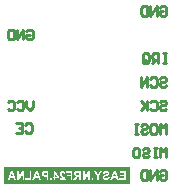
<source format=gbo>
%FSTAX25Y25*%
%MOIN*%
%SFA1B1*%

%IPPOS*%
%ADD26C,0.010000*%
%LNnrf24_pa_lna_rfm69hw-1*%
%LPD*%
G36*
X0145276Y0105851D02*
X0103439D01*
Y01112*
X0145276*
Y0105851*
G37*
%LNnrf24_pa_lna_rfm69hw-2*%
%LPC*%
G36*
X0120491Y0109978D02*
X0120025D01*
Y0108147*
X0119667*
Y0107665*
X0120025*
Y0107087*
X0120557*
Y0107665*
X0121739*
Y0108143*
X0120491Y0109978*
G37*
G36*
X0119288Y010764D02*
X0118735D01*
Y0107087*
X0119288*
Y010764*
G37*
G36*
X0126215Y0109965D02*
X0124239D01*
Y0109479*
X0125632*
Y0108796*
X012443*
Y010831*
X0125632*
Y0107087*
X0126215*
Y0109965*
G37*
G36*
X013315Y010764D02*
X0132596D01*
Y0107087*
X013315*
Y010764*
G37*
G36*
X0129119Y0109965D02*
X0127821D01*
X0127783Y0109961*
X0127737*
X0127692Y0109957*
X0127638*
X0127529Y0109944*
X0127417Y0109932*
X0127313Y0109911*
X0127267Y0109899*
X0127226Y0109886*
X0127222*
X0127217Y0109882*
X0127192Y010987*
X0127155Y0109849*
X0127105Y0109824*
X0127051Y0109782*
X0126997Y0109737*
X0126943Y0109678*
X0126893Y0109608*
Y0109603*
X0126889Y0109599*
X012688Y0109587*
X0126872Y0109574*
X0126851Y0109533*
X0126826Y0109479*
X0126805Y0109412*
X0126785Y0109337*
X0126768Y010925*
X0126764Y0109158*
Y0109154*
Y0109146*
Y0109125*
X0126768Y0109104*
Y0109075*
X0126772Y0109046*
X0126789Y0108971*
X012681Y0108884*
X0126843Y0108796*
X0126893Y0108705*
X0126922Y0108663*
X0126955Y0108622*
X0126959Y0108617*
X0126964Y0108613*
X0126976Y0108601*
X0126993Y0108588*
X0127009Y0108572*
X0127034Y0108551*
X0127063Y010853*
X0127097Y0108509*
X0127134Y0108484*
X012718Y0108464*
X0127226Y0108443*
X0127276Y0108422*
X0127334Y0108401*
X0127392Y0108385*
X0127454Y0108368*
X0127525Y0108355*
X0127521*
X0127517Y0108351*
X0127492Y0108335*
X0127459Y0108314*
X0127417Y0108285*
X0127367Y0108247*
X0127317Y010821*
X0127263Y0108164*
X0127217Y0108114*
X0127213Y010811*
X0127192Y0108089*
X0127167Y0108056*
X012713Y0108006*
X012708Y0107944*
X0127055Y0107902*
X0127026Y010786*
X0126993Y0107815*
X0126959Y0107765*
X0126922Y0107706*
X0126885Y0107648*
X0126531Y0107087*
X012723*
X0127646Y0107711*
X012765Y0107715*
X0127654Y0107727*
X0127667Y0107744*
X0127683Y0107765*
X01277Y010779*
X0127721Y0107823*
X0127767Y0107889*
X0127821Y0107964*
X0127871Y0108031*
X0127916Y0108093*
X0127937Y0108114*
X0127954Y0108135*
X0127958Y0108139*
X0127966Y0108147*
X0127983Y0108164*
X0128004Y0108185*
X0128033Y0108202*
X0128062Y0108222*
X0128095Y0108239*
X0128128Y0108256*
X0128133*
X0128145Y010826*
X0128166Y0108268*
X0128199Y0108272*
X0128241Y0108281*
X0128291Y0108285*
X0128349Y0108289*
X0128536*
Y0107087*
X0129119*
Y0109965*
G37*
G36*
X0106392D02*
X0105777D01*
X010462Y0107087*
X0105248*
X0105498Y010774*
X0106655*
X0106892Y0107087*
X0107507*
X0106392Y0109965*
G37*
G36*
X0137505Y0110019D02*
X0137455D01*
X0137418Y0110015*
X0137372Y0110011*
X0137318Y0110007*
X0137264Y0109999*
X0137201Y010999*
X0137068Y0109961*
X0137002Y010994*
X0136935Y010992*
X0136869Y010989*
X0136806Y0109857*
X0136748Y010982*
X0136694Y0109778*
X013669Y0109774*
X0136681Y0109766*
X0136669Y0109753*
X0136652Y0109737*
X0136631Y0109712*
X0136607Y0109682*
X0136582Y0109649*
X0136552Y0109612*
X0136527Y0109566*
X0136503Y010952*
X0136477Y0109466*
X0136457Y0109408*
X0136436Y010935*
X0136419Y0109283*
X0136407Y0109216*
X0136403Y0109142*
X0136985Y0109121*
Y0109125*
Y0109129*
X0136993Y0109158*
X0137002Y0109196*
X0137018Y0109241*
X0137039Y0109296*
X0137068Y0109345*
X0137106Y0109395*
X0137147Y0109437*
X0137151Y0109441*
X0137168Y0109454*
X0137197Y010947*
X0137239Y0109487*
X0137289Y0109504*
X0137351Y010952*
X0137426Y0109533*
X0137513Y0109537*
X0137555*
X0137601Y0109533*
X0137655Y0109524*
X0137717Y0109512*
X0137784Y0109491*
X0137846Y0109466*
X0137904Y0109429*
X0137909Y0109424*
X0137917Y0109416*
X0137934Y0109404*
X013795Y0109383*
X0137967Y0109358*
X0137983Y0109325*
X0137992Y0109291*
X0137996Y010925*
Y0109246*
Y0109233*
X0137992Y0109212*
X0137983Y0109192*
X0137975Y0109162*
X0137963Y0109133*
X0137942Y0109104*
X0137913Y0109075*
X0137909Y0109071*
X0137888Y0109058*
X0137875Y010905*
X0137855Y0109042*
X0137834Y0109029*
X0137805Y0109017*
X0137771Y0109004*
X0137734Y0108988*
X0137688Y0108971*
X0137642Y0108954*
X0137584Y0108938*
X0137522Y0108921*
X0137455Y0108905*
X013738Y0108884*
X0137376*
X0137359Y010888*
X0137339Y0108875*
X013731Y0108867*
X0137276Y0108859*
X0137235Y0108846*
X0137189Y0108834*
X0137143Y0108821*
X0137043Y0108788*
X0136939Y0108755*
X0136839Y0108717*
X0136798Y0108696*
X0136756Y0108676*
X0136752*
X0136748Y0108672*
X0136723Y0108655*
X0136686Y010863*
X013664Y0108597*
X013659Y0108555*
X0136536Y0108505*
X0136482Y0108447*
X0136436Y010838*
X0136432Y0108372*
X0136419Y0108347*
X0136398Y010831*
X0136378Y0108256*
X0136357Y0108189*
X0136336Y010811*
X0136324Y0108023*
X0136319Y0107923*
Y0107919*
Y010791*
Y0107898*
Y0107881*
X0136324Y010786*
X0136328Y0107831*
X0136336Y0107773*
X0136353Y0107698*
X0136378Y0107619*
X0136415Y010754*
X0136461Y0107457*
Y0107453*
X0136469Y0107448*
X0136486Y0107424*
X0136519Y0107382*
X0136561Y0107336*
X0136615Y0107282*
X0136686Y0107232*
X013676Y0107182*
X0136852Y0107136*
X0136856*
X0136864Y0107132*
X0136877Y0107128*
X0136898Y010712*
X0136923Y0107112*
X0136952Y0107103*
X0136985Y0107095*
X0137022Y0107087*
X0137068Y0107074*
X0137114Y0107066*
X0137222Y0107049*
X0137343Y0107037*
X0137476Y0107033*
X013753*
X0137567Y0107037*
X0137613Y0107041*
X0137663Y0107045*
X0137721Y0107053*
X0137784Y0107066*
X0137921Y0107095*
X0137992Y0107116*
X0138058Y0107136*
X0138129Y0107166*
X0138196Y0107199*
X0138258Y0107236*
X0138316Y0107282*
X013832Y0107286*
X0138329Y0107295*
X0138345Y0107307*
X0138362Y0107328*
X0138387Y0107357*
X0138412Y010739*
X0138441Y0107428*
X013847Y0107469*
X0138499Y0107519*
X0138528Y0107573*
X0138558Y0107636*
X0138587Y0107702*
X0138607Y0107773*
X0138632Y0107852*
X0138649Y0107935*
X0138662Y0108023*
X0138096Y0108077*
Y0108072*
X0138092Y0108064*
Y0108048*
X0138087Y0108031*
X0138071Y0107981*
X013805Y0107919*
X0138025Y0107848*
X0137988Y0107777*
X0137946Y0107715*
X0137892Y0107657*
X0137884Y0107652*
X0137863Y0107636*
X0137829Y0107615*
X013778Y010759*
X0137717Y0107565*
X0137646Y0107544*
X0137563Y0107528*
X0137468Y0107523*
X0137422*
X0137372Y0107532*
X013731Y010754*
X0137243Y0107553*
X0137172Y0107573*
X0137106Y0107602*
X0137048Y010764*
X0137039Y0107644*
X0137022Y0107661*
X0137002Y0107686*
X0136973Y0107719*
X0136948Y0107761*
X0136923Y010781*
X0136906Y010786*
X0136902Y0107919*
Y0107923*
Y0107935*
X0136906Y0107956*
X013691Y0107981*
X0136918Y0108006*
X0136927Y0108035*
X0136943Y0108064*
X0136964Y0108093*
X0136968Y0108098*
X0136977Y0108106*
X0136989Y0108118*
X013701Y0108135*
X0137039Y0108156*
X0137077Y0108177*
X0137118Y0108197*
X0137172Y0108218*
X0137176*
X0137193Y0108226*
X0137222Y0108235*
X0137243Y0108243*
X0137268Y0108247*
X0137297Y0108256*
X013733Y0108268*
X0137368Y0108276*
X0137409Y0108289*
X0137459Y0108301*
X0137513Y0108314*
X0137572Y010833*
X0137638Y0108347*
X0137642*
X0137659Y0108351*
X0137684Y010836*
X0137713Y0108368*
X013775Y010838*
X0137796Y0108393*
X0137842Y010841*
X0137896Y0108426*
X0138004Y0108468*
X0138108Y0108518*
X0138162Y0108543*
X0138208Y0108572*
X0138254Y0108601*
X0138291Y010863*
X0138295Y0108634*
X0138304Y0108642*
X0138316Y0108655*
X0138333Y0108672*
X0138354Y0108696*
X0138374Y0108726*
X01384Y0108755*
X013842Y0108792*
X013847Y010888*
X0138512Y0108979*
X0138528Y0109034*
X0138541Y0109088*
X0138549Y010915*
X0138553Y0109212*
Y0109216*
Y0109221*
Y0109233*
Y010925*
X0138545Y0109291*
X0138537Y0109345*
X0138524Y0109408*
X0138503Y0109479*
X0138474Y0109554*
X0138433Y0109624*
Y0109628*
X0138429Y0109633*
X0138408Y0109658*
X0138383Y0109691*
X0138341Y0109732*
X0138291Y0109778*
X0138229Y0109828*
X0138158Y0109874*
X0138075Y0109915*
X0138071*
X0138063Y010992*
X013805Y0109924*
X0138033Y0109932*
X0138008Y010994*
X0137983Y0109949*
X013795Y0109957*
X0137913Y0109969*
X0137829Y0109986*
X0137734Y0110003*
X0137626Y0110015*
X0137505Y0110019*
G37*
G36*
X0112562Y0109944D02*
X0111979D01*
Y0107573*
X0110532*
Y0107087*
X0112562*
Y0109944*
G37*
G36*
X0118161Y0109965D02*
X01171D01*
X0117054Y0109961*
X0116946*
X011683Y0109953*
X0116713Y0109944*
X0116663Y010994*
X0116613Y0109936*
X0116572Y0109928*
X0116539Y010992*
X0116534*
X0116526Y0109915*
X0116514Y0109911*
X0116497Y0109907*
X0116451Y0109886*
X0116393Y0109861*
X0116331Y0109824*
X011626Y0109774*
X0116193Y0109712*
X0116127Y0109637*
Y0109633*
X0116119Y0109628*
X011611Y0109616*
X0116102Y0109599*
X0116085Y0109574*
X0116073Y0109549*
X0116056Y010952*
X011604Y0109487*
X011601Y0109404*
X0115981Y0109312*
X0115965Y01092*
X0115956Y0109079*
Y0109075*
Y0109067*
Y0109054*
Y0109034*
X011596Y0109013*
Y0108984*
X0115969Y0108925*
X0115981Y0108855*
X0115998Y0108776*
X0116023Y0108701*
X0116056Y010863*
X011606Y0108622*
X0116073Y0108601*
X0116094Y0108568*
X0116123Y0108526*
X0116156Y0108484*
X0116202Y0108434*
X0116247Y0108389*
X0116302Y0108347*
X011631Y0108343*
X0116326Y010833*
X0116356Y0108314*
X0116393Y0108293*
X0116439Y0108268*
X0116489Y0108247*
X0116543Y0108226*
X0116601Y010821*
X0116609*
X0116622Y0108206*
X0116639*
X0116659Y0108202*
X0116688Y0108197*
X0116718Y0108193*
X0116755*
X0116792Y0108189*
X0116838Y0108185*
X0116888Y0108181*
X0116942Y0108177*
X0117*
X0117063Y0108172*
X0117579*
Y0107087*
X0118161*
Y0109965*
G37*
G36*
X0114658D02*
X0114043D01*
X0112886Y0107087*
X0113514*
X0113764Y010774*
X011492*
X0115157Y0107087*
X0115773*
X0114658Y0109965*
G37*
G36*
X0140592D02*
X0139976D01*
X013882Y0107087*
X0139448*
X0139697Y010774*
X0140854*
X0141091Y0107087*
X0141707*
X0140592Y0109965*
G37*
G36*
X0122933Y0109982D02*
X0122891D01*
X0122862Y0109978*
X0122824Y0109974*
X0122783Y0109969*
X0122737Y0109961*
X0122687Y0109953*
X0122579Y0109924*
X0122471Y0109882*
X0122413Y0109857*
X0122363Y0109828*
X0122309Y0109791*
X0122263Y0109749*
X0122259Y0109745*
X012225Y0109741*
X0122242Y0109724*
X0122225Y0109707*
X0122205Y0109687*
X0122184Y0109658*
X0122163Y0109628*
X0122138Y0109591*
X0122096Y0109508*
X0122055Y0109412*
X0122038Y0109358*
X012203Y01093*
X0122021Y0109237*
X0122017Y0109175*
Y0109167*
Y0109142*
X0122021Y0109104*
X0122026Y0109058*
X0122034Y0109*
X0122046Y0108938*
X0122063Y0108871*
X0122088Y0108805*
X0122092Y0108796*
X0122101Y0108776*
X0122117Y0108738*
X0122142Y0108692*
X0122171Y0108638*
X0122209Y0108576*
X0122255Y0108509*
X0122309Y0108439*
X0122313Y0108434*
X0122329Y0108414*
X0122354Y0108385*
X0122392Y0108343*
X0122442Y0108293*
X0122504Y0108226*
X0122579Y0108156*
X012267Y0108068*
X0122675Y0108064*
X0122683Y010806*
X0122696Y0108048*
X0122712Y0108031*
X0122758Y0107989*
X0122812Y0107939*
X0122866Y0107885*
X012292Y0107831*
X012297Y0107785*
X0122987Y0107765*
X0123003Y0107748*
X0123007Y0107744*
X0123016Y0107736*
X0123028Y0107719*
X0123045Y0107698*
X0123082Y0107652*
X0123116Y0107598*
X0122017*
Y0107087*
X0123952*
Y0107091*
Y0107099*
X0123948Y0107116*
X0123943Y0107136*
X0123939Y0107161*
X0123935Y0107191*
X0123918Y0107265*
X0123893Y0107349*
X012386Y010744*
X0123819Y010754*
X0123765Y0107636*
Y010764*
X0123756Y0107648*
X0123748Y0107665*
X0123731Y0107682*
X0123715Y0107711*
X012369Y010774*
X0123661Y0107777*
X0123627Y0107819*
X012359Y0107869*
X0123544Y0107919*
X0123494Y0107977*
X0123436Y0108039*
X0123373Y0108102*
X0123303Y0108172*
X0123228Y0108247*
X0123145Y0108326*
X0123141Y010833*
X0123128Y0108343*
X0123111Y010836*
X0123087Y0108385*
X0123053Y010841*
X012302Y0108443*
X0122945Y0108518*
X012287Y0108597*
X0122795Y0108676*
X0122762Y0108709*
X0122729Y0108747*
X0122704Y0108776*
X0122687Y01088*
X0122683Y0108809*
X012267Y010883*
X012265Y0108863*
X0122629Y0108909*
X0122608Y0108959*
X0122587Y0109017*
X0122575Y0109075*
X0122571Y0109137*
Y0109142*
Y0109146*
Y0109167*
X0122575Y0109204*
X0122583Y0109246*
X0122596Y0109291*
X0122612Y0109337*
X0122637Y0109383*
X012267Y0109424*
X0122675Y0109429*
X0122687Y0109441*
X0122712Y0109458*
X0122741Y0109475*
X0122783Y0109491*
X0122829Y0109508*
X0122883Y010952*
X0122945Y0109524*
X0122974*
X0123007Y010952*
X0123045Y0109512*
X0123091Y0109499*
X0123136Y0109479*
X0123182Y0109454*
X0123224Y010942*
X0123228Y0109416*
X012324Y01094*
X0123257Y0109375*
X0123274Y0109337*
X0123294Y0109291*
X0123311Y0109229*
X0123328Y0109158*
X0123336Y0109075*
X0123885Y0109129*
Y0109133*
X0123881Y010915*
Y0109171*
X0123873Y0109204*
X0123869Y0109241*
X0123856Y0109283*
X0123844Y0109329*
X0123831Y0109383*
X012379Y0109487*
X012374Y0109595*
X0123706Y0109649*
X0123669Y0109699*
X0123627Y0109741*
X0123582Y0109782*
X0123577Y0109786*
X0123569Y0109791*
X0123557Y0109799*
X0123536Y0109816*
X0123511Y0109828*
X0123477Y0109845*
X0123444Y0109865*
X0123403Y0109882*
X0123357Y0109903*
X0123307Y010992*
X0123199Y0109953*
X012307Y0109974*
X0123003Y0109978*
X0122933Y0109982*
G37*
G36*
X0136124Y0109965D02*
X0135446D01*
X0134768Y0108826*
X0134106Y0109965*
X0133437*
X0134489Y0108293*
Y0107087*
X0135072*
Y0108297*
X0136124Y0109965*
G37*
G36*
X0132022D02*
X0131461D01*
X0130271Y0108027*
Y0109965*
X0129734*
Y0107087*
X0130317*
X0131485Y0108984*
Y0107087*
X0132022*
Y0109965*
G37*
G36*
X0144095D02*
X014196D01*
Y0109479*
X0143512*
Y0108842*
X0142069*
Y0108355*
X0143512*
Y0107573*
X0141906*
Y0107087*
X0144095*
Y0109965*
G37*
G36*
X0110116D02*
X0109554D01*
X0108364Y0108027*
Y0109965*
X0107828*
Y0107087*
X010841*
X0109579Y0108984*
Y0107087*
X0110116*
Y0109965*
G37*
%LNnrf24_pa_lna_rfm69hw-3*%
%LPD*%
G36*
X0121227Y0108147D02*
X0120557D01*
Y0109137*
X0121227Y0108147*
G37*
G36*
X0128536Y0108747D02*
X012797D01*
X0127887Y0108751*
X01278Y0108755*
X0127712Y0108759*
X0127675Y0108763*
X0127642Y0108767*
X0127608Y0108776*
X0127588Y010878*
X0127583*
X0127571Y0108788*
X012755Y0108796*
X0127529Y0108809*
X0127475Y0108846*
X012745Y0108871*
X0127425Y01089*
X0127421Y0108905*
X0127417Y0108917*
X0127405Y0108934*
X0127392Y0108959*
X0127384Y0108992*
X0127371Y0109029*
X0127367Y0109071*
X0127363Y0109117*
Y0109125*
Y0109142*
X0127367Y0109167*
X0127371Y01092*
X0127384Y0109237*
X0127396Y0109275*
X0127417Y0109316*
X0127442Y010935*
X0127446Y0109354*
X0127454Y0109366*
X0127475Y0109379*
X01275Y01094*
X0127529Y010942*
X0127567Y0109437*
X0127613Y0109454*
X0127663Y0109466*
X0127667*
X0127679Y010947*
X0127704*
X0127742Y0109475*
X0127833*
X0127871Y0109479*
X0128536*
Y0108747*
G37*
G36*
X010648Y0108226D02*
X0105685D01*
X0106089Y0109296*
X010648Y0108226*
G37*
G36*
X0117579Y0108659D02*
X0117179D01*
X011715Y0108663*
X0117075*
X0117Y0108667*
X0116926Y0108676*
X0116859Y0108688*
X011683Y0108692*
X0116805Y0108701*
X0116801Y0108705*
X0116784Y0108709*
X0116763Y0108721*
X0116738Y0108734*
X0116709Y0108755*
X011668Y010878*
X0116647Y0108809*
X0116622Y0108842*
X0116618Y0108846*
X0116609Y0108859*
X0116601Y010888*
X0116589Y0108909*
X0116576Y0108942*
X0116564Y0108979*
X0116559Y0109021*
X0116555Y0109067*
Y0109075*
Y0109092*
X0116559Y0109121*
X0116568Y0109158*
X011658Y01092*
X0116597Y0109246*
X0116618Y0109287*
X0116651Y0109329*
X0116655Y0109333*
X0116668Y0109345*
X0116688Y0109362*
X0116713Y0109383*
X0116747Y0109408*
X0116788Y0109429*
X0116834Y0109445*
X0116884Y0109458*
X0116888*
X0116905Y0109462*
X0116934Y0109466*
X0116975Y010947*
X011703*
X0117067Y0109475*
X0117104*
X0117146Y0109479*
X0117579*
Y0108659*
G37*
G36*
X0114746Y0108226D02*
X0113951D01*
X0114355Y0109296*
X0114746Y0108226*
G37*
G36*
X0140679D02*
X0139885D01*
X0140288Y0109296*
X0140679Y0108226*
G37*
G54D26*
X015748Y0149212D02*
X0156431D01*
X0156956*
Y0146063*
X015748*
X0156431*
X0154857D02*
Y0149212D01*
X0153282*
X0152757Y0148687*
Y0147637*
X0153282Y0147113*
X0154857*
X0153807D02*
X0152757Y0146063D01*
X0149609Y0146588D02*
Y0148687D01*
X0150134Y0149212*
X0151183*
X0151708Y0148687*
Y0146588*
X0151183Y0146063*
X0150134*
X0150658Y0147113D02*
X0149609Y0146063D01*
X0150134D02*
X0149609Y0146588D01*
X0155381Y0140813D02*
X0155906Y0141338D01*
X0156956*
X015748Y0140813*
Y0140288*
X0156956Y0139763*
X0155906*
X0155381Y0139239*
Y0138714*
X0155906Y0138189*
X0156956*
X015748Y0138714*
X0152233Y0140813D02*
X0152757Y0141338D01*
X0153807*
X0154332Y0140813*
Y0138714*
X0153807Y0138189*
X0152757*
X0152233Y0138714*
X0151183Y0138189D02*
Y0141338D01*
X0149084Y0138189*
Y0141338*
X0155381Y0132939D02*
X0155906Y0133464D01*
X0156956*
X015748Y0132939*
Y0132414*
X0156956Y0131889*
X0155906*
X0155381Y0131365*
Y013084*
X0155906Y0130315*
X0156956*
X015748Y013084*
X0152233Y0132939D02*
X0152757Y0133464D01*
X0153807*
X0154332Y0132939*
Y013084*
X0153807Y0130315*
X0152757*
X0152233Y013084*
X0151183Y0133464D02*
Y0130315D01*
Y0131365*
X0149084Y0133464*
X0150658Y0131889*
X0149084Y0130315*
X015748Y0122441D02*
Y012559D01*
X0156431Y012454*
X0155381Y012559*
Y0122441*
X0152757Y012559D02*
X0153807D01*
X0154332Y0125065*
Y0122966*
X0153807Y0122441*
X0152757*
X0152233Y0122966*
Y0125065*
X0152757Y012559*
X0149084Y0125065D02*
X0149609Y012559D01*
X0150658*
X0151183Y0125065*
Y012454*
X0150658Y0124015*
X0149609*
X0149084Y0123491*
Y0122966*
X0149609Y0122441*
X0150658*
X0151183Y0122966*
X0148035Y012559D02*
X0146985D01*
X014751*
Y0122441*
X0148035*
X0146985*
X015748Y0114567D02*
Y0117716D01*
X0156431Y0116666*
X0155381Y0117716*
Y0114567*
X0154332Y0117716D02*
X0153282D01*
X0153807*
Y0114567*
X0154332*
X0153282*
X0149609Y0117191D02*
X0150134Y0117716D01*
X0151183*
X0151708Y0117191*
Y0116666*
X0151183Y0116141*
X0150134*
X0149609Y0115617*
Y0115092*
X0150134Y0114567*
X0151183*
X0151708Y0115092*
X0146985Y0117716D02*
X0148035D01*
X0148559Y0117191*
Y0115092*
X0148035Y0114567*
X0146985*
X014646Y0115092*
Y0117191*
X0146985Y0117716*
X0155381Y010971D02*
X0155906Y0110235D01*
X0156956*
X015748Y010971*
Y0107611*
X0156956Y0107087*
X0155906*
X0155381Y0107611*
Y0108661*
X0156431*
X0154332Y0107087D02*
Y0110235D01*
X0152233Y0107087*
Y0110235*
X0151183D02*
Y0107087D01*
X0149609*
X0149084Y0107611*
Y010971*
X0149609Y0110235*
X0151183*
X0155381Y0164435D02*
X0155906Y016496D01*
X0156956*
X015748Y0164435*
Y0162336*
X0156956Y0161811*
X0155906*
X0155381Y0162336*
Y0163385*
X0156431*
X0154332Y0161811D02*
Y016496D01*
X0152233Y0161811*
Y016496*
X0151183D02*
Y0161811D01*
X0149609*
X0149084Y0162336*
Y0164435*
X0149609Y016496*
X0151183*
X0110499Y0125459D02*
X0111024Y0125983D01*
X0112074*
X0112598Y0125459*
Y0123359*
X0112074Y0122835*
X0111024*
X0110499Y0123359*
X0107351Y0125983D02*
X010945D01*
Y0122835*
X0107351*
X010945Y0124409D02*
X01084D01*
X0112992Y0133464D02*
Y0131365D01*
X0111943Y0130315*
X0110893Y0131365*
Y0133464*
X0107745Y0132939D02*
X0108269Y0133464D01*
X0109319*
X0109844Y0132939*
Y013084*
X0109319Y0130315*
X0108269*
X0107745Y013084*
X0104596Y0132939D02*
X0105121Y0133464D01*
X010617*
X0106695Y0132939*
Y013084*
X010617Y0130315*
X0105121*
X0104596Y013084*
X0110893Y0156561D02*
X0111418Y0157086D01*
X0112467*
X0112992Y0156561*
Y0154462*
X0112467Y0153937*
X0111418*
X0110893Y0154462*
Y0155511*
X0111943*
X0109844Y0153937D02*
Y0157086D01*
X0107745Y0153937*
Y0157086*
X0106695D02*
Y0153937D01*
X0105121*
X0104596Y0154462*
Y0156561*
X0105121Y0157086*
X0106695*
M02*
</source>
